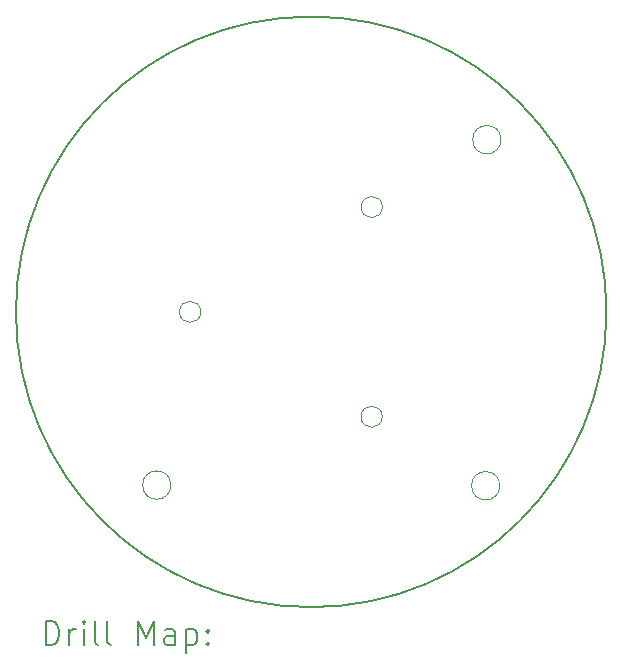
<source format=gbr>
%TF.GenerationSoftware,KiCad,Pcbnew,8.0.4*%
%TF.CreationDate,2024-09-16T16:09:39+01:00*%
%TF.ProjectId,algoritmi_motor_buttons_kicad,616c676f-7269-4746-9d69-5f6d6f746f72,rev?*%
%TF.SameCoordinates,Original*%
%TF.FileFunction,Drillmap*%
%TF.FilePolarity,Positive*%
%FSLAX45Y45*%
G04 Gerber Fmt 4.5, Leading zero omitted, Abs format (unit mm)*
G04 Created by KiCad (PCBNEW 8.0.4) date 2024-09-16 16:09:39*
%MOMM*%
%LPD*%
G01*
G04 APERTURE LIST*
%ADD10C,0.180000*%
%ADD11C,0.090000*%
%ADD12C,0.200000*%
G04 APERTURE END LIST*
D10*
X16787622Y-9073077D02*
G75*
G02*
X11787622Y-9073077I-2500000J0D01*
G01*
X11787622Y-9073077D02*
G75*
G02*
X16787622Y-9073077I2500000J0D01*
G01*
D11*
X13100000Y-10540000D02*
G75*
G02*
X12860000Y-10540000I-120000J0D01*
G01*
X12860000Y-10540000D02*
G75*
G02*
X13100000Y-10540000I120000J0D01*
G01*
X14890699Y-8185455D02*
G75*
G02*
X14710699Y-8185455I-90000J0D01*
G01*
X14710699Y-8185455D02*
G75*
G02*
X14890699Y-8185455I90000J0D01*
G01*
X15885000Y-10545000D02*
G75*
G02*
X15645000Y-10545000I-120000J0D01*
G01*
X15645000Y-10545000D02*
G75*
G02*
X15885000Y-10545000I120000J0D01*
G01*
X15895000Y-7615000D02*
G75*
G02*
X15655000Y-7615000I-120000J0D01*
G01*
X15655000Y-7615000D02*
G75*
G02*
X15895000Y-7615000I120000J0D01*
G01*
X13352622Y-9073077D02*
G75*
G02*
X13172622Y-9073077I-90000J0D01*
G01*
X13172622Y-9073077D02*
G75*
G02*
X13352622Y-9073077I90000J0D01*
G01*
X14890008Y-9960927D02*
G75*
G02*
X14710008Y-9960927I-90000J0D01*
G01*
X14710008Y-9960927D02*
G75*
G02*
X14890008Y-9960927I90000J0D01*
G01*
D12*
X12039398Y-11893561D02*
X12039398Y-11693561D01*
X12039398Y-11693561D02*
X12087017Y-11693561D01*
X12087017Y-11693561D02*
X12115589Y-11703085D01*
X12115589Y-11703085D02*
X12134637Y-11722132D01*
X12134637Y-11722132D02*
X12144160Y-11741180D01*
X12144160Y-11741180D02*
X12153684Y-11779275D01*
X12153684Y-11779275D02*
X12153684Y-11807847D01*
X12153684Y-11807847D02*
X12144160Y-11845942D01*
X12144160Y-11845942D02*
X12134637Y-11864989D01*
X12134637Y-11864989D02*
X12115589Y-11884037D01*
X12115589Y-11884037D02*
X12087017Y-11893561D01*
X12087017Y-11893561D02*
X12039398Y-11893561D01*
X12239398Y-11893561D02*
X12239398Y-11760228D01*
X12239398Y-11798323D02*
X12248922Y-11779275D01*
X12248922Y-11779275D02*
X12258446Y-11769751D01*
X12258446Y-11769751D02*
X12277494Y-11760228D01*
X12277494Y-11760228D02*
X12296541Y-11760228D01*
X12363208Y-11893561D02*
X12363208Y-11760228D01*
X12363208Y-11693561D02*
X12353684Y-11703085D01*
X12353684Y-11703085D02*
X12363208Y-11712609D01*
X12363208Y-11712609D02*
X12372732Y-11703085D01*
X12372732Y-11703085D02*
X12363208Y-11693561D01*
X12363208Y-11693561D02*
X12363208Y-11712609D01*
X12487017Y-11893561D02*
X12467970Y-11884037D01*
X12467970Y-11884037D02*
X12458446Y-11864989D01*
X12458446Y-11864989D02*
X12458446Y-11693561D01*
X12591779Y-11893561D02*
X12572732Y-11884037D01*
X12572732Y-11884037D02*
X12563208Y-11864989D01*
X12563208Y-11864989D02*
X12563208Y-11693561D01*
X12820351Y-11893561D02*
X12820351Y-11693561D01*
X12820351Y-11693561D02*
X12887018Y-11836418D01*
X12887018Y-11836418D02*
X12953684Y-11693561D01*
X12953684Y-11693561D02*
X12953684Y-11893561D01*
X13134637Y-11893561D02*
X13134637Y-11788799D01*
X13134637Y-11788799D02*
X13125113Y-11769751D01*
X13125113Y-11769751D02*
X13106065Y-11760228D01*
X13106065Y-11760228D02*
X13067970Y-11760228D01*
X13067970Y-11760228D02*
X13048922Y-11769751D01*
X13134637Y-11884037D02*
X13115589Y-11893561D01*
X13115589Y-11893561D02*
X13067970Y-11893561D01*
X13067970Y-11893561D02*
X13048922Y-11884037D01*
X13048922Y-11884037D02*
X13039398Y-11864989D01*
X13039398Y-11864989D02*
X13039398Y-11845942D01*
X13039398Y-11845942D02*
X13048922Y-11826894D01*
X13048922Y-11826894D02*
X13067970Y-11817370D01*
X13067970Y-11817370D02*
X13115589Y-11817370D01*
X13115589Y-11817370D02*
X13134637Y-11807847D01*
X13229875Y-11760228D02*
X13229875Y-11960228D01*
X13229875Y-11769751D02*
X13248922Y-11760228D01*
X13248922Y-11760228D02*
X13287018Y-11760228D01*
X13287018Y-11760228D02*
X13306065Y-11769751D01*
X13306065Y-11769751D02*
X13315589Y-11779275D01*
X13315589Y-11779275D02*
X13325113Y-11798323D01*
X13325113Y-11798323D02*
X13325113Y-11855466D01*
X13325113Y-11855466D02*
X13315589Y-11874513D01*
X13315589Y-11874513D02*
X13306065Y-11884037D01*
X13306065Y-11884037D02*
X13287018Y-11893561D01*
X13287018Y-11893561D02*
X13248922Y-11893561D01*
X13248922Y-11893561D02*
X13229875Y-11884037D01*
X13410827Y-11874513D02*
X13420351Y-11884037D01*
X13420351Y-11884037D02*
X13410827Y-11893561D01*
X13410827Y-11893561D02*
X13401303Y-11884037D01*
X13401303Y-11884037D02*
X13410827Y-11874513D01*
X13410827Y-11874513D02*
X13410827Y-11893561D01*
X13410827Y-11769751D02*
X13420351Y-11779275D01*
X13420351Y-11779275D02*
X13410827Y-11788799D01*
X13410827Y-11788799D02*
X13401303Y-11779275D01*
X13401303Y-11779275D02*
X13410827Y-11769751D01*
X13410827Y-11769751D02*
X13410827Y-11788799D01*
M02*

</source>
